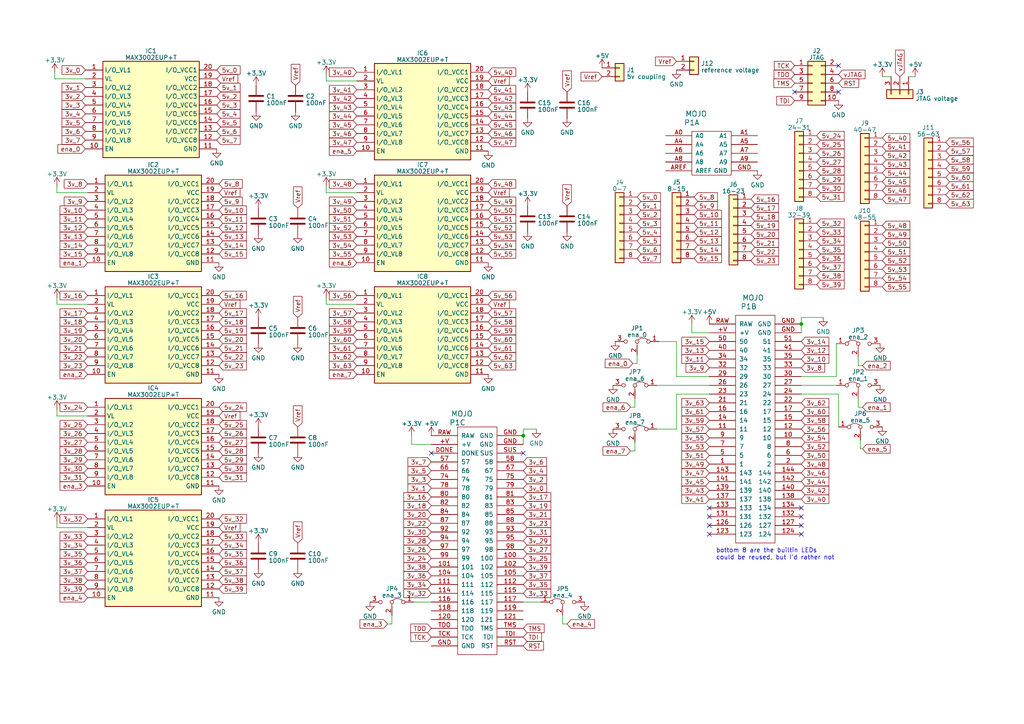
<source format=kicad_sch>
(kicad_sch (version 20230121) (generator eeschema)
  (paper "A4")
  (junction (at 151.765 126.365))
  (junction (at 232.41 93.98))
  (no_connect (at 232.41 147.32))
  (no_connect (at 125.095 131.445))
  (no_connect (at 243.205 26.67))
  (no_connect (at 232.41 152.4))
  (no_connect (at 232.41 149.86))
  (no_connect (at 205.74 152.4))
  (no_connect (at 205.74 149.86))
  (no_connect (at 230.505 26.67))
  (no_connect (at 232.41 154.94))
  (no_connect (at 243.205 19.05))
  (no_connect (at 151.765 131.445))
  (no_connect (at 205.74 147.32))
  (no_connect (at 205.74 154.94))
  (wire (pts (xy 94.615 88.265) (xy 94.615 86.36)))
  (wire (pts (xy 25.4 88.265) (xy 16.51 88.265)))
  (wire (pts (xy 232.41 96.52) (xy 232.41 93.98)))
  (wire (pts (xy 232.41 92.075) (xy 238.76 92.075)))
  (wire (pts (xy 151.765 174.625) (xy 156.845 174.625)))
  (wire (pts (xy 16.51 153.035) (xy 16.51 151.13)))
  (wire (pts (xy 119.38 128.905) (xy 119.38 126.365)))
  (wire (pts (xy 248.92 106.045) (xy 248.92 103.505)))
  (wire (pts (xy 184.15 130.81) (xy 184.15 128.27)))
  (wire (pts (xy 232.41 93.98) (xy 232.41 92.075)))
  (wire (pts (xy 25.4 153.035) (xy 16.51 153.035)))
  (wire (pts (xy 151.765 126.365) (xy 151.765 124.46)))
  (wire (pts (xy 184.15 115.57) (xy 184.15 118.11)))
  (wire (pts (xy 112.395 180.975) (xy 113.665 180.975)))
  (wire (pts (xy 196.215 124.46) (xy 196.215 114.3)))
  (wire (pts (xy 15.875 22.86) (xy 15.875 20.955)))
  (wire (pts (xy 250.19 130.175) (xy 249.555 130.175)))
  (wire (pts (xy 242.57 99.695) (xy 242.57 109.22)))
  (wire (pts (xy 151.765 124.46) (xy 155.575 124.46)))
  (wire (pts (xy 248.92 118.11) (xy 250.19 118.11)))
  (wire (pts (xy 164.465 180.975) (xy 163.195 180.975)))
  (wire (pts (xy 25.4 120.65) (xy 16.51 120.65)))
  (wire (pts (xy 183.515 105.41) (xy 184.785 105.41)))
  (wire (pts (xy 232.41 114.3) (xy 243.205 114.3)))
  (wire (pts (xy 190.5 111.76) (xy 205.74 111.76)))
  (wire (pts (xy 184.15 118.11) (xy 182.88 118.11)))
  (wire (pts (xy 248.92 115.57) (xy 248.92 118.11)))
  (wire (pts (xy 151.765 128.905) (xy 151.765 126.365)))
  (wire (pts (xy 250.19 106.045) (xy 248.92 106.045)))
  (wire (pts (xy 200.66 96.52) (xy 200.66 93.98)))
  (wire (pts (xy 24.765 22.86) (xy 15.875 22.86)))
  (wire (pts (xy 103.505 55.88) (xy 94.615 55.88)))
  (wire (pts (xy 125.095 128.905) (xy 119.38 128.905)))
  (wire (pts (xy 255.905 22.225) (xy 258.445 22.225)))
  (wire (pts (xy 232.41 111.76) (xy 242.57 111.76)))
  (wire (pts (xy 103.505 23.495) (xy 94.615 23.495)))
  (wire (pts (xy 191.135 99.06) (xy 196.215 99.06)))
  (wire (pts (xy 196.215 114.3) (xy 205.74 114.3)))
  (wire (pts (xy 249.555 130.175) (xy 249.555 127.635)))
  (wire (pts (xy 243.205 123.825) (xy 243.205 114.3)))
  (wire (pts (xy 190.5 124.46) (xy 196.215 124.46)))
  (wire (pts (xy 94.615 55.88) (xy 94.615 53.975)))
  (wire (pts (xy 196.215 99.06) (xy 196.215 109.22)))
  (wire (pts (xy 184.785 105.41) (xy 184.785 102.87)))
  (wire (pts (xy 16.51 55.88) (xy 16.51 53.975)))
  (wire (pts (xy 94.615 23.495) (xy 94.615 21.59)))
  (wire (pts (xy 182.88 130.81) (xy 184.15 130.81)))
  (wire (pts (xy 16.51 120.65) (xy 16.51 118.745)))
  (wire (pts (xy 242.57 109.22) (xy 232.41 109.22)))
  (wire (pts (xy 196.215 109.22) (xy 205.74 109.22)))
  (wire (pts (xy 16.51 88.265) (xy 16.51 86.36)))
  (wire (pts (xy 103.505 88.265) (xy 94.615 88.265)))
  (wire (pts (xy 113.665 180.975) (xy 113.665 178.435)))
  (wire (pts (xy 163.195 180.975) (xy 163.195 178.435)))
  (wire (pts (xy 120.015 174.625) (xy 125.095 174.625)))
  (wire (pts (xy 263.525 22.225) (xy 265.43 22.225)))
  (wire (pts (xy 205.74 96.52) (xy 200.66 96.52)))
  (wire (pts (xy 25.4 55.88) (xy 16.51 55.88)))
  (text "bottom 8 are the builtin LEDs\ncould be reused, but I'd rather not" (at 207.645 162.56 0) (effects (font (size 1.27 1.27)) (justify left bottom)))
  (global_label "3v_42" (shape input) (at 232.41 142.24 0) (property "Intersheetrefs" "${INTERSHEET_REFS}" (effects hide)))
  (global_label "3v_17" (shape input) (at 151.765 144.145 0) (property "Intersheetrefs" "${INTERSHEET_REFS}" (effects hide)))
  (global_label "3v_39" (shape input) (at 151.765 164.465 0) (property "Intersheetrefs" "${INTERSHEET_REFS}" (effects hide)))
  (global_label "5v_0" (shape input) (at 184.785 57.15 0) (property "Intersheetrefs" "${INTERSHEET_REFS}" (effects hide)))
  (global_label "5v_46" (shape input) (at 255.905 55.245 0) (property "Intersheetrefs" "${INTERSHEET_REFS}" (effects hide)))
  (global_label "Vref" (shape input) (at 141.605 23.495 0) (property "Intersheetrefs" "${INTERSHEET_REFS}" (effects hide)))
  (global_label "3v_10" (shape input) (at 25.4 60.96 180) (property "Intersheetrefs" "${INTERSHEET_REFS}" (effects hide)))
  (global_label "vJTAG" (shape input) (at 260.985 22.225 90) (property "Intersheetrefs" "${INTERSHEET_REFS}" (effects hide)))
  (global_label "3v_59" (shape input) (at 205.74 121.92 180) (property "Intersheetrefs" "${INTERSHEET_REFS}" (effects hide)))
  (global_label "TMS" (shape input) (at 151.765 182.245 0) (property "Intersheetrefs" "${INTERSHEET_REFS}" (effects hide)))
  (global_label "3v_5" (shape input) (at 24.765 35.56 180) (property "Intersheetrefs" "${INTERSHEET_REFS}" (effects hide)))
  (global_label "3v_18" (shape input) (at 25.4 93.345 180) (property "Intersheetrefs" "${INTERSHEET_REFS}" (effects hide)))
  (global_label "3v_57" (shape input) (at 205.74 124.46 180) (property "Intersheetrefs" "${INTERSHEET_REFS}" (effects hide)))
  (global_label "3v_58" (shape input) (at 232.41 121.92 0) (property "Intersheetrefs" "${INTERSHEET_REFS}" (effects hide)))
  (global_label "Vref" (shape input) (at 164.465 59.69 90) (property "Intersheetrefs" "${INTERSHEET_REFS}" (effects hide)))
  (global_label "5v_15" (shape input) (at 63.5 73.66 0) (property "Intersheetrefs" "${INTERSHEET_REFS}" (effects hide)))
  (global_label "5v_49" (shape input) (at 255.905 67.945 0) (property "Intersheetrefs" "${INTERSHEET_REFS}" (effects hide)))
  (global_label "5v_26" (shape input) (at 63.5 125.73 0) (property "Intersheetrefs" "${INTERSHEET_REFS}" (effects hide)))
  (global_label "3v_59" (shape input) (at 103.505 95.885 180) (property "Intersheetrefs" "${INTERSHEET_REFS}" (effects hide)))
  (global_label "3v_40" (shape input) (at 232.41 144.78 0) (property "Intersheetrefs" "${INTERSHEET_REFS}" (effects hide)))
  (global_label "Vref" (shape input) (at 63.5 55.88 0) (property "Intersheetrefs" "${INTERSHEET_REFS}" (effects hide)))
  (global_label "5v_44" (shape input) (at 141.605 33.655 0) (property "Intersheetrefs" "${INTERSHEET_REFS}" (effects hide)))
  (global_label "3v_16" (shape input) (at 125.095 144.145 180) (property "Intersheetrefs" "${INTERSHEET_REFS}" (effects hide)))
  (global_label "5v_28" (shape input) (at 63.5 130.81 0) (property "Intersheetrefs" "${INTERSHEET_REFS}" (effects hide)))
  (global_label "5v_38" (shape input) (at 63.5 168.275 0) (property "Intersheetrefs" "${INTERSHEET_REFS}" (effects hide)))
  (global_label "3v_23" (shape input) (at 151.765 151.765 0) (property "Intersheetrefs" "${INTERSHEET_REFS}" (effects hide)))
  (global_label "3v_51" (shape input) (at 103.505 63.5 180) (property "Intersheetrefs" "${INTERSHEET_REFS}" (effects hide)))
  (global_label "TCK" (shape input) (at 230.505 19.05 180) (property "Intersheetrefs" "${INTERSHEET_REFS}" (effects hide)))
  (global_label "5v_27" (shape input) (at 236.855 46.99 0) (property "Intersheetrefs" "${INTERSHEET_REFS}" (effects hide)))
  (global_label "Vref" (shape input) (at 63.5 88.265 0) (property "Intersheetrefs" "${INTERSHEET_REFS}" (effects hide)))
  (global_label "5v_13" (shape input) (at 201.295 69.85 0) (property "Intersheetrefs" "${INTERSHEET_REFS}" (effects hide)))
  (global_label "3v_29" (shape input) (at 151.765 156.845 0) (property "Intersheetrefs" "${INTERSHEET_REFS}" (effects hide)))
  (global_label "5v_47" (shape input) (at 141.605 41.275 0) (property "Intersheetrefs" "${INTERSHEET_REFS}" (effects hide)))
  (global_label "Vref" (shape input) (at 85.725 24.765 90) (property "Intersheetrefs" "${INTERSHEET_REFS}" (effects hide)))
  (global_label "5v_14" (shape input) (at 201.295 72.39 0) (property "Intersheetrefs" "${INTERSHEET_REFS}" (effects hide)))
  (global_label "5v_50" (shape input) (at 255.905 70.485 0) (property "Intersheetrefs" "${INTERSHEET_REFS}" (effects hide)))
  (global_label "5v_42" (shape input) (at 141.605 28.575 0) (property "Intersheetrefs" "${INTERSHEET_REFS}" (effects hide)))
  (global_label "3v_30" (shape input) (at 25.4 135.89 180) (property "Intersheetrefs" "${INTERSHEET_REFS}" (effects hide)))
  (global_label "5v_62" (shape input) (at 141.605 103.505 0) (property "Intersheetrefs" "${INTERSHEET_REFS}" (effects hide)))
  (global_label "3v_12" (shape input) (at 25.4 66.04 180) (property "Intersheetrefs" "${INTERSHEET_REFS}" (effects hide)))
  (global_label "3v_24" (shape input) (at 125.095 161.925 180) (property "Intersheetrefs" "${INTERSHEET_REFS}" (effects hide)))
  (global_label "3v_20" (shape input) (at 25.4 98.425 180) (property "Intersheetrefs" "${INTERSHEET_REFS}" (effects hide)))
  (global_label "Vref" (shape input) (at 62.865 22.86 0) (property "Intersheetrefs" "${INTERSHEET_REFS}" (effects hide)))
  (global_label "3v_51" (shape input) (at 205.74 132.08 180) (property "Intersheetrefs" "${INTERSHEET_REFS}" (effects hide)))
  (global_label "3v_45" (shape input) (at 103.505 36.195 180) (property "Intersheetrefs" "${INTERSHEET_REFS}" (effects hide)))
  (global_label "5v_7" (shape input) (at 184.785 74.93 0) (property "Intersheetrefs" "${INTERSHEET_REFS}" (effects hide)))
  (global_label "3v_11" (shape input) (at 205.74 104.14 180) (property "Intersheetrefs" "${INTERSHEET_REFS}" (effects hide)))
  (global_label "3v_7" (shape input) (at 125.095 133.985 180) (property "Intersheetrefs" "${INTERSHEET_REFS}" (effects hide)))
  (global_label "3v_45" (shape input) (at 205.74 139.7 180) (property "Intersheetrefs" "${INTERSHEET_REFS}" (effects hide)))
  (global_label "5v_12" (shape input) (at 201.295 67.31 0) (property "Intersheetrefs" "${INTERSHEET_REFS}" (effects hide)))
  (global_label "3v_52" (shape input) (at 103.505 66.04 180) (property "Intersheetrefs" "${INTERSHEET_REFS}" (effects hide)))
  (global_label "5v_63" (shape input) (at 274.32 59.055 0) (property "Intersheetrefs" "${INTERSHEET_REFS}" (effects hide)))
  (global_label "Vref" (shape input) (at 63.5 120.65 0) (property "Intersheetrefs" "${INTERSHEET_REFS}" (effects hide)))
  (global_label "5v_51" (shape input) (at 255.905 73.025 0) (property "Intersheetrefs" "${INTERSHEET_REFS}" (effects hide)))
  (global_label "TCK" (shape input) (at 125.095 184.785 180) (property "Intersheetrefs" "${INTERSHEET_REFS}" (effects hide)))
  (global_label "3v_50" (shape input) (at 232.41 132.08 0) (property "Intersheetrefs" "${INTERSHEET_REFS}" (effects hide)))
  (global_label "3v_33" (shape input) (at 151.765 172.085 0) (property "Intersheetrefs" "${INTERSHEET_REFS}" (effects hide)))
  (global_label "5v_44" (shape input) (at 255.905 50.165 0) (property "Intersheetrefs" "${INTERSHEET_REFS}" (effects hide)))
  (global_label "3v_37" (shape input) (at 25.4 165.735 180) (property "Intersheetrefs" "${INTERSHEET_REFS}" (effects hide)))
  (global_label "TMS" (shape input) (at 230.505 24.13 180) (property "Intersheetrefs" "${INTERSHEET_REFS}" (effects hide)))
  (global_label "TDI" (shape input) (at 151.765 184.785 0) (property "Intersheetrefs" "${INTERSHEET_REFS}" (effects hide)))
  (global_label "ena_5" (shape input) (at 103.505 43.815 180) (property "Intersheetrefs" "${INTERSHEET_REFS}" (effects hide)))
  (global_label "3v_50" (shape input) (at 103.505 60.96 180) (property "Intersheetrefs" "${INTERSHEET_REFS}" (effects hide)))
  (global_label "5v_8" (shape input) (at 201.295 57.15 0) (property "Intersheetrefs" "${INTERSHEET_REFS}" (effects hide)))
  (global_label "3v_55" (shape input) (at 103.505 73.66 180) (property "Intersheetrefs" "${INTERSHEET_REFS}" (effects hide)))
  (global_label "3v_47" (shape input) (at 205.74 137.16 180) (property "Intersheetrefs" "${INTERSHEET_REFS}" (effects hide)))
  (global_label "3v_48" (shape input) (at 232.41 134.62 0) (property "Intersheetrefs" "${INTERSHEET_REFS}" (effects hide)))
  (global_label "5v_53" (shape input) (at 141.605 68.58 0) (property "Intersheetrefs" "${INTERSHEET_REFS}" (effects hide)))
  (global_label "Vref" (shape input) (at 164.465 26.67 90) (property "Intersheetrefs" "${INTERSHEET_REFS}" (effects hide)))
  (global_label "3v_18" (shape input) (at 125.095 146.685 180) (property "Intersheetrefs" "${INTERSHEET_REFS}" (effects hide)))
  (global_label "ena_0" (shape input) (at 183.515 105.41 180) (property "Intersheetrefs" "${INTERSHEET_REFS}" (effects hide)))
  (global_label "3v_10" (shape input) (at 232.41 104.14 0) (property "Intersheetrefs" "${INTERSHEET_REFS}" (effects hide)))
  (global_label "5v_11" (shape input) (at 63.5 63.5 0) (property "Intersheetrefs" "${INTERSHEET_REFS}" (effects hide)))
  (global_label "3v_41" (shape input) (at 205.74 144.78 180) (property "Intersheetrefs" "${INTERSHEET_REFS}" (effects hide)))
  (global_label "3v_38" (shape input) (at 125.095 164.465 180) (property "Intersheetrefs" "${INTERSHEET_REFS}" (effects hide)))
  (global_label "3v_33" (shape input) (at 25.4 155.575 180) (property "Intersheetrefs" "${INTERSHEET_REFS}" (effects hide)))
  (global_label "3v_14" (shape input) (at 25.4 71.12 180) (property "Intersheetrefs" "${INTERSHEET_REFS}" (effects hide)))
  (global_label "3v_54" (shape input) (at 232.41 127 0) (property "Intersheetrefs" "${INTERSHEET_REFS}" (effects hide)))
  (global_label "5v_35" (shape input) (at 63.5 160.655 0) (property "Intersheetrefs" "${INTERSHEET_REFS}" (effects hide)))
  (global_label "5v_38" (shape input) (at 236.855 80.01 0) (property "Intersheetrefs" "${INTERSHEET_REFS}" (effects hide)))
  (global_label "3v_43" (shape input) (at 103.505 31.115 180) (property "Intersheetrefs" "${INTERSHEET_REFS}" (effects hide)))
  (global_label "5v_37" (shape input) (at 63.5 165.735 0) (property "Intersheetrefs" "${INTERSHEET_REFS}" (effects hide)))
  (global_label "3v_36" (shape input) (at 25.4 163.195 180) (property "Intersheetrefs" "${INTERSHEET_REFS}" (effects hide)))
  (global_label "3v_20" (shape input) (at 125.095 149.225 180) (property "Intersheetrefs" "${INTERSHEET_REFS}" (effects hide)))
  (global_label "3v_52" (shape input) (at 232.41 129.54 0) (property "Intersheetrefs" "${INTERSHEET_REFS}" (effects hide)))
  (global_label "5v_43" (shape input) (at 255.905 47.625 0) (property "Intersheetrefs" "${INTERSHEET_REFS}" (effects hide)))
  (global_label "5v_12" (shape input) (at 63.5 66.04 0) (property "Intersheetrefs" "${INTERSHEET_REFS}" (effects hide)))
  (global_label "5v_23" (shape input) (at 217.805 75.565 0) (property "Intersheetrefs" "${INTERSHEET_REFS}" (effects hide)))
  (global_label "3v_29" (shape input) (at 25.4 133.35 180) (property "Intersheetrefs" "${INTERSHEET_REFS}" (effects hide)))
  (global_label "3v_35" (shape input) (at 25.4 160.655 180) (property "Intersheetrefs" "${INTERSHEET_REFS}" (effects hide)))
  (global_label "3v_37" (shape input) (at 151.765 167.005 0) (property "Intersheetrefs" "${INTERSHEET_REFS}" (effects hide)))
  (global_label "3v_31" (shape input) (at 25.4 138.43 180) (property "Intersheetrefs" "${INTERSHEET_REFS}" (effects hide)))
  (global_label "5v_20" (shape input) (at 217.805 67.945 0) (property "Intersheetrefs" "${INTERSHEET_REFS}" (effects hide)))
  (global_label "3v_53" (shape input) (at 205.74 129.54 180) (property "Intersheetrefs" "${INTERSHEET_REFS}" (effects hide)))
  (global_label "3v_26" (shape input) (at 25.4 125.73 180) (property "Intersheetrefs" "${INTERSHEET_REFS}" (effects hide)))
  (global_label "3v_27" (shape input) (at 151.765 159.385 0) (property "Intersheetrefs" "${INTERSHEET_REFS}" (effects hide)))
  (global_label "5v_27" (shape input) (at 63.5 128.27 0) (property "Intersheetrefs" "${INTERSHEET_REFS}" (effects hide)))
  (global_label "5v_5" (shape input) (at 62.865 35.56 0) (property "Intersheetrefs" "${INTERSHEET_REFS}" (effects hide)))
  (global_label "3v_13" (shape input) (at 205.74 101.6 180) (property "Intersheetrefs" "${INTERSHEET_REFS}" (effects hide)))
  (global_label "5v_2" (shape input) (at 184.785 62.23 0) (property "Intersheetrefs" "${INTERSHEET_REFS}" (effects hide)))
  (global_label "3v_61" (shape input) (at 205.74 119.38 180) (property "Intersheetrefs" "${INTERSHEET_REFS}" (effects hide)))
  (global_label "5v_56" (shape input) (at 141.605 85.725 0) (property "Intersheetrefs" "${INTERSHEET_REFS}" (effects hide)))
  (global_label "5v_63" (shape input) (at 141.605 106.045 0) (property "Intersheetrefs" "${INTERSHEET_REFS}" (effects hide)))
  (global_label "3v_63" (shape input) (at 103.505 106.045 180) (property "Intersheetrefs" "${INTERSHEET_REFS}" (effects hide)))
  (global_label "5v_19" (shape input) (at 217.805 65.405 0) (property "Intersheetrefs" "${INTERSHEET_REFS}" (effects hide)))
  (global_label "5v_10" (shape input) (at 63.5 60.96 0) (property "Intersheetrefs" "${INTERSHEET_REFS}" (effects hide)))
  (global_label "5v_36" (shape input) (at 236.855 74.93 0) (property "Intersheetrefs" "${INTERSHEET_REFS}" (effects hide)))
  (global_label "5v_36" (shape input) (at 63.5 163.195 0) (property "Intersheetrefs" "${INTERSHEET_REFS}" (effects hide)))
  (global_label "5v_14" (shape input) (at 63.5 71.12 0) (property "Intersheetrefs" "${INTERSHEET_REFS}" (effects hide)))
  (global_label "5v_45" (shape input) (at 141.605 36.195 0) (property "Intersheetrefs" "${INTERSHEET_REFS}" (effects hide)))
  (global_label "3v_3" (shape input) (at 125.095 139.065 180) (property "Intersheetrefs" "${INTERSHEET_REFS}" (effects hide)))
  (global_label "5v_16" (shape input) (at 217.805 57.785 0) (property "Intersheetrefs" "${INTERSHEET_REFS}" (effects hide)))
  (global_label "5v_13" (shape input) (at 63.5 68.58 0) (property "Intersheetrefs" "${INTERSHEET_REFS}" (effects hide)))
  (global_label "3v_38" (shape input) (at 25.4 168.275 180) (property "Intersheetrefs" "${INTERSHEET_REFS}" (effects hide)))
  (global_label "3v_21" (shape input) (at 25.4 100.965 180) (property "Intersheetrefs" "${INTERSHEET_REFS}" (effects hide)))
  (global_label "3v_3" (shape input) (at 24.765 30.48 180) (property "Intersheetrefs" "${INTERSHEET_REFS}" (effects hide)))
  (global_label "5v_7" (shape input) (at 62.865 40.64 0) (property "Intersheetrefs" "${INTERSHEET_REFS}" (effects hide)))
  (global_label "3v_27" (shape input) (at 25.4 128.27 180) (property "Intersheetrefs" "${INTERSHEET_REFS}" (effects hide)))
  (global_label "5v_50" (shape input) (at 141.605 60.96 0) (property "Intersheetrefs" "${INTERSHEET_REFS}" (effects hide)))
  (global_label "3v_48" (shape input) (at 103.505 53.34 180) (property "Intersheetrefs" "${INTERSHEET_REFS}" (effects hide)))
  (global_label "5v_55" (shape input) (at 141.605 73.66 0) (property "Intersheetrefs" "${INTERSHEET_REFS}" (effects hide)))
  (global_label "5v_28" (shape input) (at 236.855 49.53 0) (property "Intersheetrefs" "${INTERSHEET_REFS}" (effects hide)))
  (global_label "5v_46" (shape input) (at 141.605 38.735 0) (property "Intersheetrefs" "${INTERSHEET_REFS}" (effects hide)))
  (global_label "3v_55" (shape input) (at 205.74 127 180) (property "Intersheetrefs" "${INTERSHEET_REFS}" (effects hide)))
  (global_label "3v_25" (shape input) (at 25.4 123.19 180) (property "Intersheetrefs" "${INTERSHEET_REFS}" (effects hide)))
  (global_label "3v_6" (shape input) (at 24.765 38.1 180) (property "Intersheetrefs" "${INTERSHEET_REFS}" (effects hide)))
  (global_label "5v_43" (shape input) (at 141.605 31.115 0) (property "Intersheetrefs" "${INTERSHEET_REFS}" (effects hide)))
  (global_label "3v_44" (shape input) (at 103.505 33.655 180) (property "Intersheetrefs" "${INTERSHEET_REFS}" (effects hide)))
  (global_label "3v_49" (shape input) (at 103.505 58.42 180) (property "Intersheetrefs" "${INTERSHEET_REFS}" (effects hide)))
  (global_label "5v_21" (shape input) (at 63.5 100.965 0) (property "Intersheetrefs" "${INTERSHEET_REFS}" (effects hide)))
  (global_label "3v_44" (shape input) (at 232.41 139.7 0) (property "Intersheetrefs" "${INTERSHEET_REFS}" (effects hide)))
  (global_label "Vref" (shape input) (at 63.5 153.035 0) (property "Intersheetrefs" "${INTERSHEET_REFS}" (effects hide)))
  (global_label "5v_3" (shape input) (at 184.785 64.77 0) (property "Intersheetrefs" "${INTERSHEET_REFS}" (effects hide)))
  (global_label "5v_59" (shape input) (at 274.32 48.895 0) (property "Intersheetrefs" "${INTERSHEET_REFS}" (effects hide)))
  (global_label "3v_35" (shape input) (at 151.765 169.545 0) (property "Intersheetrefs" "${INTERSHEET_REFS}" (effects hide)))
  (global_label "5v_42" (shape input) (at 255.905 45.085 0) (property "Intersheetrefs" "${INTERSHEET_REFS}" (effects hide)))
  (global_label "Vref" (shape input) (at 86.36 60.325 90) (property "Intersheetrefs" "${INTERSHEET_REFS}" (effects hide)))
  (global_label "5v_34" (shape input) (at 63.5 158.115 0) (property "Intersheetrefs" "${INTERSHEET_REFS}" (effects hide)))
  (global_label "5v_8" (shape input) (at 63.5 53.34 0) (property "Intersheetrefs" "${INTERSHEET_REFS}" (effects hide)))
  (global_label "3v_32" (shape input) (at 125.095 172.085 180) (property "Intersheetrefs" "${INTERSHEET_REFS}" (effects hide)))
  (global_label "3v_36" (shape input) (at 125.095 167.005 180) (property "Intersheetrefs" "${INTERSHEET_REFS}" (effects hide)))
  (global_label "5v_10" (shape input) (at 201.295 62.23 0) (property "Intersheetrefs" "${INTERSHEET_REFS}" (effects hide)))
  (global_label "3v_17" (shape input) (at 25.4 90.805 180) (property "Intersheetrefs" "${INTERSHEET_REFS}" (effects hide)))
  (global_label "5v_62" (shape input) (at 274.32 56.515 0) (property "Intersheetrefs" "${INTERSHEET_REFS}" (effects hide)))
  (global_label "5v_19" (shape input) (at 63.5 95.885 0) (property "Intersheetrefs" "${INTERSHEET_REFS}" (effects hide)))
  (global_label "3v_61" (shape input) (at 103.505 100.965 180) (property "Intersheetrefs" "${INTERSHEET_REFS}" (effects hide)))
  (global_label "3v_56" (shape input) (at 232.41 124.46 0) (property "Intersheetrefs" "${INTERSHEET_REFS}" (effects hide)))
  (global_label "ena_4" (shape input) (at 164.465 180.975 0) (property "Intersheetrefs" "${INTERSHEET_REFS}" (effects hide)))
  (global_label "3v_62" (shape input) (at 232.41 116.84 0) (property "Intersheetrefs" "${INTERSHEET_REFS}" (effects hide)))
  (global_label "3v_9" (shape input) (at 25.4 58.42 180) (property "Intersheetrefs" "${INTERSHEET_REFS}" (effects hide)))
  (global_label "TDI" (shape input) (at 230.505 29.21 180) (property "Intersheetrefs" "${INTERSHEET_REFS}" (effects hide)))
  (global_label "5v_35" (shape input) (at 236.855 72.39 0) (property "Intersheetrefs" "${INTERSHEET_REFS}" (effects hide)))
  (global_label "Vref" (shape input) (at 141.605 88.265 0) (property "Intersheetrefs" "${INTERSHEET_REFS}" (effects hide)))
  (global_label "5v_48" (shape input) (at 141.605 53.34 0) (property "Intersheetrefs" "${INTERSHEET_REFS}" (effects hide)))
  (global_label "5v_30" (shape input) (at 236.855 54.61 0) (property "Intersheetrefs" "${INTERSHEET_REFS}" (effects hide)))
  (global_label "5v_58" (shape input) (at 274.32 46.355 0) (property "Intersheetrefs" "${INTERSHEET_REFS}" (effects hide)))
  (global_label "3v_46" (shape input) (at 232.41 137.16 0) (property "Intersheetrefs" "${INTERSHEET_REFS}" (effects hide)))
  (global_label "5v_25" (shape input) (at 63.5 123.19 0) (property "Intersheetrefs" "${INTERSHEET_REFS}" (effects hide)))
  (global_label "5v_53" (shape input) (at 255.905 78.105 0) (property "Intersheetrefs" "${INTERSHEET_REFS}" (effects hide)))
  (global_label "5v_6" (shape input) (at 62.865 38.1 0) (property "Intersheetrefs" "${INTERSHEET_REFS}" (effects hide)))
  (global_label "3v_47" (shape input) (at 103.505 41.275 180) (property "Intersheetrefs" "${INTERSHEET_REFS}" (effects hide)))
  (global_label "5v_61" (shape input) (at 274.32 53.975 0) (property "Intersheetrefs" "${INTERSHEET_REFS}" (effects hide)))
  (global_label "5v_41" (shape input) (at 255.905 42.545 0) (property "Intersheetrefs" "${INTERSHEET_REFS}" (effects hide)))
  (global_label "5v_32" (shape input) (at 236.855 64.77 0) (property "Intersheetrefs" "${INTERSHEET_REFS}" (effects hide)))
  (global_label "5v_45" (shape input) (at 255.905 52.705 0) (property "Intersheetrefs" "${INTERSHEET_REFS}" (effects hide)))
  (global_label "5v_17" (shape input) (at 217.805 60.325 0) (property "Intersheetrefs" "${INTERSHEET_REFS}" (effects hide)))
  (global_label "5v_20" (shape input) (at 63.5 98.425 0) (property "Intersheetrefs" "${INTERSHEET_REFS}" (effects hide)))
  (global_label "5v_24" (shape input) (at 63.5 118.11 0) (property "Intersheetrefs" "${INTERSHEET_REFS}" (effects hide)))
  (global_label "5v_29" (shape input) (at 63.5 133.35 0) (property "Intersheetrefs" "${INTERSHEET_REFS}" (effects hide)))
  (global_label "3v_57" (shape input) (at 103.505 90.805 180) (property "Intersheetrefs" "${INTERSHEET_REFS}" (effects hide)))
  (global_label "ena_7" (shape input) (at 103.505 108.585 180) (property "Intersheetrefs" "${INTERSHEET_REFS}" (effects hide)))
  (global_label "5v_52" (shape input) (at 141.605 66.04 0) (property "Intersheetrefs" "${INTERSHEET_REFS}" (effects hide)))
  (global_label "ena_1" (shape input) (at 25.4 76.2 180) (property "Intersheetrefs" "${INTERSHEET_REFS}" (effects hide)))
  (global_label "ena_6" (shape input) (at 103.505 76.2 180) (property "Intersheetrefs" "${INTERSHEET_REFS}" (effects hide)))
  (global_label "3v_23" (shape input) (at 25.4 106.045 180) (property "Intersheetrefs" "${INTERSHEET_REFS}" (effects hide)))
  (global_label "5v_5" (shape input) (at 184.785 69.85 0) (property "Intersheetrefs" "${INTERSHEET_REFS}" (effects hide)))
  (global_label "5v_60" (shape input) (at 274.32 51.435 0) (property "Intersheetrefs" "${INTERSHEET_REFS}" (effects hide)))
  (global_label "5v_57" (shape input) (at 274.32 43.815 0) (property "Intersheetrefs" "${INTERSHEET_REFS}" (effects hide)))
  (global_label "3v_41" (shape input) (at 103.505 26.035 180) (property "Intersheetrefs" "${INTERSHEET_REFS}" (effects hide)))
  (global_label "3v_19" (shape input) (at 25.4 95.885 180) (property "Intersheetrefs" "${INTERSHEET_REFS}" (effects hide)))
  (global_label "ena_0" (shape input) (at 24.765 43.18 180) (property "Intersheetrefs" "${INTERSHEET_REFS}" (effects hide)))
  (global_label "3v_1" (shape input) (at 125.095 141.605 180) (property "Intersheetrefs" "${INTERSHEET_REFS}" (effects hide)))
  (global_label "3v_31" (shape input) (at 151.765 154.305 0) (property "Intersheetrefs" "${INTERSHEET_REFS}" (effects hide)))
  (global_label "3v_7" (shape input) (at 24.765 40.64 180) (property "Intersheetrefs" "${INTERSHEET_REFS}" (effects hide)))
  (global_label "5v_39" (shape input) (at 63.5 170.815 0) (property "Intersheetrefs" "${INTERSHEET_REFS}" (effects hide)))
  (global_label "5v_33" (shape input) (at 63.5 155.575 0) (property "Intersheetrefs" "${INTERSHEET_REFS}" (effects hide)))
  (global_label "RST" (shape input) (at 243.205 24.13 0) (property "Intersheetrefs" "${INTERSHEET_REFS}" (effects hide)))
  (global_label "3v_2" (shape input) (at 24.765 27.94 180) (property "Intersheetrefs" "${INTERSHEET_REFS}" (effects hide)))
  (global_label "3v_26" (shape input) (at 125.095 159.385 180) (property "Intersheetrefs" "${INTERSHEET_REFS}" (effects hide)))
  (global_label "3v_4" (shape input) (at 24.765 33.02 180) (property "Intersheetrefs" "${INTERSHEET_REFS}" (effects hide)))
  (global_label "Vref" (shape input) (at 86.36 92.075 90) (property "Intersheetrefs" "${INTERSHEET_REFS}" (effects hide)))
  (global_label "3v_63" (shape input) (at 205.74 116.84 180) (property "Intersheetrefs" "${INTERSHEET_REFS}" (effects hide)))
  (global_label "3v_22" (shape input) (at 125.095 151.765 180) (property "Intersheetrefs" "${INTERSHEET_REFS}" (effects hide)))
  (global_label "5v_18" (shape input) (at 63.5 93.345 0) (property "Intersheetrefs" "${INTERSHEET_REFS}" (effects hide)))
  (global_label "5v_47" (shape input) (at 255.905 57.785 0) (property "Intersheetrefs" "${INTERSHEET_REFS}" (effects hide)))
  (global_label "3v_40" (shape input) (at 103.505 20.955 180) (property "Intersheetrefs" "${INTERSHEET_REFS}" (effects hide)))
  (global_label "3v_56" (shape input) (at 103.505 85.725 180) (property "Intersheetrefs" "${INTERSHEET_REFS}" (effects hide)))
  (global_label "3v_9" (shape input) (at 205.74 106.68 180) (property "Intersheetrefs" "${INTERSHEET_REFS}" (effects hide)))
  (global_label "TDO" (shape input) (at 125.095 182.245 180) (property "Intersheetrefs" "${INTERSHEET_REFS}" (effects hide)))
  (global_label "5v_1" (shape input) (at 184.785 59.69 0) (property "Intersheetrefs" "${INTERSHEET_REFS}" (effects hide)))
  (global_label "5v_51" (shape input) (at 141.605 63.5 0) (property "Intersheetrefs" "${INTERSHEET_REFS}" (effects hide)))
  (global_label "3v_25" (shape input) (at 151.765 161.925 0) (property "Intersheetrefs" "${INTERSHEET_REFS}" (effects hide)))
  (global_label "3v_19" (shape input) (at 151.765 146.685 0) (property "Intersheetrefs" "${INTERSHEET_REFS}" (effects hide)))
  (global_label "3v_15" (shape input) (at 25.4 73.66 180) (property "Intersheetrefs" "${INTERSHEET_REFS}" (effects hide)))
  (global_label "3v_46" (shape input) (at 103.505 38.735 180) (property "Intersheetrefs" "${INTERSHEET_REFS}" (effects hide)))
  (global_label "5v_0" (shape input) (at 62.865 20.32 0) (property "Intersheetrefs" "${INTERSHEET_REFS}" (effects hide)))
  (global_label "5v_54" (shape input) (at 141.605 71.12 0) (property "Intersheetrefs" "${INTERSHEET_REFS}" (effects hide)))
  (global_label "5v_58" (shape input) (at 141.605 93.345 0) (property "Intersheetrefs" "${INTERSHEET_REFS}" (effects hide)))
  (global_label "5v_17" (shape input) (at 63.5 90.805 0) (property "Intersheetrefs" "${INTERSHEET_REFS}" (effects hide)))
  (global_label "5v_34" (shape input) (at 236.855 69.85 0) (property "Intersheetrefs" "${INTERSHEET_REFS}" (effects hide)))
  (global_label "3v_54" (shape input) (at 103.505 71.12 180) (property "Intersheetrefs" "${INTERSHEET_REFS}" (effects hide)))
  (global_label "5v_55" (shape input) (at 255.905 83.185 0) (property "Intersheetrefs" "${INTERSHEET_REFS}" (effects hide)))
  (global_label "ena_1" (shape input) (at 250.19 118.11 0) (property "Intersheetrefs" "${INTERSHEET_REFS}" (effects hide)))
  (global_label "3v_30" (shape input) (at 125.095 154.305 180) (property "Intersheetrefs" "${INTERSHEET_REFS}" (effects hide)))
  (global_label "Vref" (shape input) (at 86.36 123.825 90) (property "Intersheetrefs" "${INTERSHEET_REFS}" (effects hide)))
  (global_label "5v_41" (shape input) (at 141.605 26.035 0) (property "Intersheetrefs" "${INTERSHEET_REFS}" (effects hide)))
  (global_label "3v_39" (shape input) (at 25.4 170.815 180) (property "Intersheetrefs" "${INTERSHEET_REFS}" (effects hide)))
  (global_label "TDO" (shape input) (at 230.505 21.59 180) (property "Intersheetrefs" "${INTERSHEET_REFS}" (effects hide)))
  (global_label "Vref" (shape input) (at 141.605 55.88 0) (property "Intersheetrefs" "${INTERSHEET_REFS}" (effects hide)))
  (global_label "5v_16" (shape input) (at 63.5 85.725 0) (property "Intersheetrefs" "${INTERSHEET_REFS}" (effects hide)))
  (global_label "3v_42" (shape input) (at 103.505 28.575 180) (property "Intersheetrefs" "${INTERSHEET_REFS}" (effects hide)))
  (global_label "5v_22" (shape input) (at 63.5 103.505 0) (property "Intersheetrefs" "${INTERSHEET_REFS}" (effects hide)))
  (global_label "3v_60" (shape input) (at 232.41 119.38 0) (property "Intersheetrefs" "${INTERSHEET_REFS}" (effects hide)))
  (global_label "3v_5" (shape input) (at 125.095 136.525 180) (property "Intersheetrefs" "${INTERSHEET_REFS}" (effects hide)))
  (global_label "5v_31" (shape input) (at 236.855 57.15 0) (property "Intersheetrefs" "${INTERSHEET_REFS}" (effects hide)))
  (global_label "5v_30" (shape input) (at 63.5 135.89 0) (property "Intersheetrefs" "${INTERSHEET_REFS}" (effects hide)))
  (global_label "Vref" (shape input) (at 174.625 22.225 180) (property "Intersheetrefs" "${INTERSHEET_REFS}" (effects hide)))
  (global_label "5v_56" (shape input) (at 274.32 41.275 0) (property "Intersheetrefs" "${INTERSHEET_REFS}" (effects hide)))
  (global_label "3v_16" (shape input) (at 25.4 85.725 180) (property "Intersheetrefs" "${INTERSHEET_REFS}" (effects hide)))
  (global_label "3v_15" (shape input) (at 205.74 99.06 180) (property "Intersheetrefs" "${INTERSHEET_REFS}" (effects hide)))
  (global_label "3v_4" (shape input) (at 151.765 136.525 0) (property "Intersheetrefs" "${INTERSHEET_REFS}" (effects hide)))
  (global_label "ena_7" (shape input) (at 182.88 130.81 180) (property "Intersheetrefs" "${INTERSHEET_REFS}" (effects hide)))
  (global_label "5v_9" (shape input) (at 63.5 58.42 0) (property "Intersheetrefs" "${INTERSHEET_REFS}" (effects hide)))
  (global_label "5v_25" (shape input) (at 236.855 41.91 0) (property "Intersheetrefs" "${INTERSHEET_REFS}" (effects hide)))
  (global_label "3v_0" (shape input) (at 24.765 20.32 180) (property "Intersheetrefs" "${INTERSHEET_REFS}" (effects hide)))
  (global_label "3v_0" (shape input) (at 151.765 141.605 0) (property "Intersheetrefs" "${INTERSHEET_REFS}" (effects hide)))
  (global_label "5v_18" (shape input) (at 217.805 62.865 0) (property "Intersheetrefs" "${INTERSHEET_REFS}" (effects hide)))
  (global_label "5v_9" (shape input) (at 201.295 59.69 0) (property "Intersheetrefs" "${INTERSHEET_REFS}" (effects hide)))
  (global_label "5v_40" (shape input) (at 255.905 40.005 0) (property "Intersheetrefs" "${INTERSHEET_REFS}" (effects hide)))
  (global_label "ena_2" (shape input) (at 250.19 106.045 0) (property "Intersheetrefs" "${INTERSHEET_REFS}" (effects hide)))
  (global_label "5v_4" (shape input) (at 184.785 67.31 0) (property "Intersheetrefs" "${INTERSHEET_REFS}" (effects hide)))
  (global_label "3v_11" (shape input) (at 25.4 63.5 180) (property "Intersheetrefs" "${INTERSHEET_REFS}" (effects hide)))
  (global_label "ena_3" (shape input) (at 25.4 140.97 180) (property "Intersheetrefs" "${INTERSHEET_REFS}" (effects hide)))
  (global_label "3v_2" (shape input) (at 151.765 139.065 0) (property "Intersheetrefs" "${INTERSHEET_REFS}" (effects hide)))
  (global_label "5v_23" (shape input) (at 63.5 106.045 0) (property "Intersheetrefs" "${INTERSHEET_REFS}" (effects hide)))
  (global_label "5v_37" (shape input) (at 236.855 77.47 0) (property "Intersheetrefs" "${INTERSHEET_REFS}" (effects hide)))
  (global_label "3v_32" (shape input) (at 25.4 150.495 180) (property "Intersheetrefs" "${INTERSHEET_REFS}" (effects hide)))
  (global_label "5v_32" (shape input) (at 63.5 150.495 0) (property "Intersheetrefs" "${INTERSHEET_REFS}" (effects hide)))
  (global_label "5v_1" (shape input) (at 62.865 25.4 0) (property "Intersheetrefs" "${INTERSHEET_REFS}" (effects hide)))
  (global_label "5v_22" (shape input) (at 217.805 73.025 0) (property "Intersheetrefs" "${INTERSHEET_REFS}" (effects hide)))
  (global_label "5v_31" (shape input) (at 63.5 138.43 0) (property "Intersheetrefs" "${INTERSHEET_REFS}" (effects hide)))
  (global_label "3v_12" (shape input) (at 232.41 101.6 0) (property "Intersheetrefs" "${INTERSHEET_REFS}" (effects hide)))
  (global_label "3v_43" (shape input) (at 205.74 142.24 180) (property "Intersheetrefs" "${INTERSHEET_REFS}" (effects hide)))
  (global_label "3v_60" (shape input) (at 103.505 98.425 180) (property "Intersheetrefs" "${INTERSHEET_REFS}" (effects hide)))
  (global_label "5v_24" (shape input) (at 236.855 39.37 0) (property "Intersheetrefs" "${INTERSHEET_REFS}" (effects hide)))
  (global_label "5v_39" (shape input) (at 236.855 82.55 0) (property "Intersheetrefs" "${INTERSHEET_REFS}" (effects hide)))
  (global_label "ena_3" (shape input) (at 112.395 180.975 180) (property "Intersheetrefs" "${INTERSHEET_REFS}" (effects hide)))
  (global_label "ena_4" (shape input) (at 25.4 173.355 180) (property "Intersheetrefs" "${INTERSHEET_REFS}" (effects hide)))
  (global_label "5v_33" (shape input) (at 236.855 67.31 0) (property "Intersheetrefs" "${INTERSHEET_REFS}" (effects hide)))
  (global_label "ena_5" (shape input) (at 250.19 130.175 0) (property "Intersheetrefs" "${INTERSHEET_REFS}" (effects hide)))
  (global_label "3v_14" (shape input) (at 232.41 99.06 0) (property "Intersheetrefs" "${INTERSHEET_REFS}" (effects hide)))
  (global_label "5v_48" (shape input) (at 255.905 65.405 0) (property "Intersheetrefs" "${INTERSHEET_REFS}" (effects hide)))
  (global_label "3v_22" (shape input) (at 25.4 103.505 180) (property "Intersheetrefs" "${INTERSHEET_REFS}" (effects hide)))
  (global_label "5v_49" (shape input) (at 141.605 58.42 0) (property "Intersheetrefs" "${INTERSHEET_REFS}" (effects hide)))
  (global_label "5v_54" (shape input) (at 255.905 80.645 0) (property "Intersheetrefs" "${INTERSHEET_REFS}" (effects hide)))
  (global_label "3v_28" (shape input) (at 125.095 156.845 180) (property "Intersheetrefs" "${INTERSHEET_REFS}" (effects hide)))
  (global_label "5v_6" (shape input) (at 184.785 72.39 0) (property "Intersheetrefs" "${INTERSHEET_REFS}" (effects hide)))
  (global_label "5v_11" (shape input) (at 201.295 64.77 0) (property "Intersheetrefs" "${INTERSHEET_REFS}" (effects hide)))
  (global_label "5v_52" (shape input) (at 255.905 75.565 0) (property "Intersheetrefs" "${INTERSHEET_REFS}" (effects hide)))
  (global_label "ena_6" (shape input) (at 182.88 118.11 180) (property "Intersheetrefs" "${INTERSHEET_REFS}" (effects hide)))
  (global_label "5v_61" (shape input) (at 141.605 100.965 0) (property "Intersheetrefs" "${INTERSHEET_REFS}" (effects hide)))
  (global_label "3v_13" (shape input) (at 25.4 68.58 180) (property "Intersheetrefs" "${INTERSHEET_REFS}" (effects hide)))
  (global_label "3v_8" (shape input) (at 25.4 53.34 180) (property "Intersheetrefs" "${INTERSHEET_REFS}" (effects hide)))
  (global_label "3v_6" (shape input) (at 151.765 133.985 0) (property "Intersheetrefs" "${INTERSHEET_REFS}" (effects hide)))
  (global_label "3v_62" (shape input) (at 103.505 103.505 180) (property "Intersheetrefs" "${INTERSHEET_REFS}" (effects hide)))
  (global_label "RST" (shape input) (at 151.765 187.325 0) (property "Intersheetrefs" "${INTERSHEET_REFS}" (effects hide)))
  (global_label "ena_2" (shape input) (at 25.4 108.585 180) (property "Intersheetrefs" "${INTERSHEET_REFS}" (effects hide)))
  (global_label "3v_1" (shape input) (at 24.765 25.4 180) (property "Intersheetrefs" "${INTERSHEET_REFS}" (effects hide)))
  (global_label "5v_3" (shape input) (at 62.865 30.48 0) (property "Intersheetrefs" "${INTERSHEET_REFS}" (effects hide)))
  (global_label "vJTAG" (shape input) (at 243.205 21.59 0) (property "Intersheetrefs" "${INTERSHEET_REFS}" (effects hide)))
  (global_label "3v_53" (shape input) (at 103.505 68.58 180) (property "Intersheetrefs" "${INTERSHEET_REFS}" (effects hide)))
  (global_label "3v_49" (shape input) (at 205.74 134.62 180) (property "Intersheetrefs" "${INTERSHEET_REFS}" (effects hide)))
  (global_label "5v_21" (shape input) (at 217.805 70.485 0) (property "Intersheetrefs" "${INTERSHEET_REFS}" (effects hide)))
  (global_label "5v_2" (shape input) (at 62.865 27.94 0) (property "Intersheetrefs" "${INTERSHEET_REFS}" (effects hide)))
  (global_label "5v_40" (shape input) (at 141.605 20.955 0) (property "Intersheetrefs" "${INTERSHEET_REFS}" (effects hide)))
  (global_label "3v_8" (shape input) (at 232.41 106.68 0) (property "Intersheetrefs" "${INTERSHEET_REFS}" (effects hide)))
  (global_label "3v_24" (shape input) (at 25.4 118.11 180) (property "Intersheetrefs" "${INTERSHEET_REFS}" (effects hide)))
  (global_label "Vref" (shape input) (at 196.215 17.78 180) (property "Intersheetrefs" "${INTERSHEET_REFS}" (effects hide)))
  (global_label "5v_4" (shape input) (at 62.865 33.02 0) (property "Intersheetrefs" "${INTERSHEET_REFS}" (effects hide)))
  (global_label "5v_59" (shape input) (at 141.605 95.885 0) (property "Intersheetrefs" "${INTERSHEET_REFS}" (effects hide)))
  (global_label "5v_60" (shape input) (at 141.605 98.425 0) (property "Intersheetrefs" "${INTERSHEET_REFS}" (effects hide)))
  (global_label "3v_34" (shape input) (at 125.095 169.545 180) (property "Intersheetrefs" "${INTERSHEET_REFS}" (effects hide)))
  (global_label "5v_26" (shape input) (at 236.855 44.45 0) (property "Intersheetrefs" "${INTERSHEET_REFS}" (effects hide)))
  (global_label "3v_58" (shape input) (at 103.505 93.345 180) (property "Intersheetrefs" "${INTERSHEET_REFS}" (effects hide)))
  (global_label "3v_28" (shape input) (at 25.4 130.81 180) (property "Intersheetrefs" "${INTERSHEET_REFS}" (effects hide)))
  (global_label "5v_57" (shape input) (at 141.605 90.805 0) (property "Intersheetrefs" "${INTERSHEET_REFS}" (effects hide)))
  (global_label "5v_29" (shape input) (at 236.855 52.07 0) (property "Intersheetrefs" "${INTERSHEET_REFS}" (effects hide)))
  (global_label "3v_21" (shape input) (at 151.765 149.225 0) (property "Intersheetrefs" "${INTERSHEET_REFS}" (effects hide)))
  (global_label "3v_34" (shape input) (at 25.4 158.115 180) (property "Intersheetrefs" "${INTERSHEET_REFS}" (effects hide)))
  (global_label "5v_15" (shape input) (at 201.295 74.93 0) (property "Intersheetrefs" "${INTERSHEET_REFS}" (effects hide)))
  (global_label "Vref" (shape input) (at 86.36 157.48 90) (property "Intersheetrefs" "${INTERSHEET_REFS}" (effects hide)))
  (symbol (lib_id "Device:C") (at 86.36 161.29 0) (unit 1)
    (property "Reference" "C10" (at 89.281 160.6463 0) (effects (justify left)))
    (property "Value" "100nF" (at 89.281 162.5673 0) (effects (justify left)))
    (property "Footprint" "Capacitor_SMD:C_0603_1608Metric" (effects hide))
  )
  (symbol (lib_id "power:GND") (at 164.465 67.31 0) (unit 1)
    (property "Reference" "#PWR056" (effects hide))
    (property "Value" "GND" (at 164.465 71.4455 0))
  )
  (symbol (lib_id "Evan's parts:MAX3002EUP+T") (at 25.4 118.11 0) (unit 1)
    (property "Reference" "IC4" (at 44.45 112.5601 0))
    (property "Value" "MAX3002EUP+T" (at 44.45 114.4811 0))
    (property "Footprint" "Evan's parts:SOP65P640X110-20N" (effects hide))
    (property "Datasheet" "https://datasheets.maximintegrated.com/en/ds/MAX3000E-MAX3012.pdf" (effects hide))
    (property "Height" "1.1" (effects hide))
    (property "Mouser Part Number" "700-MAX3002EUPT" (effects hide))
    (property "Mouser Price/Stock" "https://www.mouser.co.uk/ProductDetail/Maxim-Integrated/MAX3002EUP%2bT?qs=LHmEVA8xxfb1agk1nNLrqA%3D%3D" (effects hide))
    (property "Manufacturer_Name" "Analog Devices" (effects hide))
    (property "Manufacturer_Part_Number" "MAX3002EUP+T" (effects hide))
  )
  (symbol (lib_id "power:GND") (at 169.545 174.625 0) (unit 1)
    (property "Reference" "#PWR028" (effects hide))
    (property "Value" "GND" (at 169.545 178.7605 0))
  )
  (symbol (lib_id "Evan's parts:MAX3002EUP+T") (at 103.505 53.34 0) (unit 1)
    (property "Reference" "IC7" (at 122.555 47.7901 0))
    (property "Value" "MAX3002EUP+T" (at 122.555 49.7111 0))
    (property "Footprint" "Evan's parts:SOP65P640X110-20N" (effects hide))
    (property "Datasheet" "https://datasheets.maximintegrated.com/en/ds/MAX3000E-MAX3012.pdf" (effects hide))
    (property "Height" "1.1" (effects hide))
    (property "Mouser Part Number" "700-MAX3002EUPT" (effects hide))
    (property "Mouser Price/Stock" "https://www.mouser.co.uk/ProductDetail/Maxim-Integrated/MAX3002EUP%2bT?qs=LHmEVA8xxfb1agk1nNLrqA%3D%3D" (effects hide))
    (property "Manufacturer_Name" "Analog Devices" (effects hide))
    (property "Manufacturer_Part_Number" "MAX3002EUP+T" (effects hide))
  )
  (symbol (lib_id "Device:C") (at 74.93 95.885 0) (unit 1)
    (property "Reference" "C5" (at 77.851 95.2413 0) (effects (justify left)))
    (property "Value" "100nF" (at 77.851 97.1623 0) (effects (justify left)))
    (property "Footprint" "Capacitor_SMD:C_0603_1608Metric" (effects hide))
  )
  (symbol (lib_id "power:GND") (at 155.575 124.46 0) (unit 1)
    (property "Reference" "#PWR06" (effects hide))
    (property "Value" "GND" (at 155.575 128.5955 0))
  )
  (symbol (lib_id "Jumper:Jumper_3_Bridged12") (at 248.92 111.76 0) (unit 1)
    (property "Reference" "JP2" (at 248.92 107.8859 0))
    (property "Value" "ena_1" (at 248.92 109.8069 0))
    (property "Footprint" "Jumper:SolderJumper-3_P1.3mm_Bridged12_RoundedPad1.0x1.5mm_NumberLabels" (effects hide))
  )
  (symbol (lib_id "power:GND") (at 74.295 32.385 0) (unit 1)
    (property "Reference" "#PWR037" (effects hide))
    (property "Value" "GND" (at 74.295 36.5205 0))
  )
  (symbol (lib_id "power:+3.3V") (at 74.93 157.48 0) (unit 1)
    (property "Reference" "#PWR048" (effects hide))
    (property "Value" "+3.3V" (at 74.93 153.9781 0))
  )
  (symbol (lib_id "Connector_Generic:Conn_01x08") (at 212.725 65.405 0) (mirror y) (unit 1)
    (property "Reference" "J6" (at 212.725 53.5051 0))
    (property "Value" "16-23" (at 212.725 55.4261 0))
    (property "Footprint" "Connector_PinHeader_2.54mm:PinHeader_1x08_P2.54mm_Vertical" (effects hide))
  )
  (symbol (lib_id "power:GND") (at 178.435 99.06 0) (mirror y) (unit 1)
    (property "Reference" "#PWR029" (effects hide))
    (property "Value" "GND" (at 178.435 103.1955 0))
  )
  (symbol (lib_id "power:+3.3V") (at 119.38 126.365 0) (unit 1)
    (property "Reference" "#PWR03" (effects hide))
    (property "Value" "+3.3V" (at 119.38 122.8631 0))
  )
  (symbol (lib_id "power:GND") (at 164.465 34.29 0) (unit 1)
    (property "Reference" "#PWR059" (effects hide))
    (property "Value" "GND" (at 164.465 38.4255 0))
  )
  (symbol (lib_id "power:GND") (at 107.315 174.625 0) (mirror y) (unit 1)
    (property "Reference" "#PWR032" (effects hide))
    (property "Value" "GND" (at 107.315 178.7605 0))
  )
  (symbol (lib_id "power:GND") (at 255.27 99.695 0) (unit 1)
    (property "Reference" "#PWR031" (effects hide))
    (property "Value" "GND" (at 255.27 103.8305 0))
  )
  (symbol (lib_id "power:GND") (at 74.93 99.695 0) (unit 1)
    (property "Reference" "#PWR043" (effects hide))
    (property "Value" "GND" (at 74.93 103.8305 0))
  )
  (symbol (lib_id "power:GND") (at 141.605 76.2 0) (unit 1)
    (property "Reference" "#PWR013" (effects hide))
    (property "Value" "GND" (at 141.605 80.3355 0))
  )
  (symbol (lib_id "Connector_Generic:Conn_01x08") (at 231.775 46.99 0) (mirror y) (unit 1)
    (property "Reference" "J7" (at 231.775 35.0901 0))
    (property "Value" "24-31" (at 231.775 37.0111 0))
    (property "Footprint" "Connector_PinHeader_2.54mm:PinHeader_1x08_P2.54mm_Vertical" (effects hide))
  )
  (symbol (lib_id "power:GND") (at 153.035 67.31 0) (unit 1)
    (property "Reference" "#PWR055" (effects hide))
    (property "Value" "GND" (at 153.035 71.4455 0))
  )
  (symbol (lib_id "Evan's parts:MAX3002EUP+T") (at 25.4 85.725 0) (unit 1)
    (property "Reference" "IC3" (at 44.45 80.1751 0))
    (property "Value" "MAX3002EUP+T" (at 44.45 82.0961 0))
    (property "Footprint" "Evan's parts:SOP65P640X110-20N" (effects hide))
    (property "Datasheet" "https://datasheets.maximintegrated.com/en/ds/MAX3000E-MAX3012.pdf" (effects hide))
    (property "Height" "1.1" (effects hide))
    (property "Mouser Part Number" "700-MAX3002EUPT" (effects hide))
    (property "Mouser Price/Stock" "https://www.mouser.co.uk/ProductDetail/Maxim-Integrated/MAX3002EUP%2bT?qs=LHmEVA8xxfb1agk1nNLrqA%3D%3D" (effects hide))
    (property "Manufacturer_Name" "Analog Devices" (effects hide))
    (property "Manufacturer_Part_Number" "MAX3002EUP+T" (effects hide))
  )
  (symbol (lib_id "Connector_Generic:Conn_01x08") (at 231.775 72.39 0) (mirror y) (unit 1)
    (property "Reference" "J8" (at 231.775 60.4901 0))
    (property "Value" "32-39" (at 231.775 62.4111 0))
    (property "Footprint" "Connector_PinHeader_2.54mm:PinHeader_1x08_P2.54mm_Vertical" (effects hide))
  )
  (symbol (lib_id "power:+5V") (at 125.095 126.365 0) (unit 1)
    (property "Reference" "#PWR01" (effects hide))
    (property "Value" "+5V" (at 125.095 122.8631 0))
  )
  (symbol (lib_id "Jumper:Jumper_3_Bridged12") (at 248.92 99.695 0) (unit 1)
    (property "Reference" "JP3" (at 248.92 95.8209 0))
    (property "Value" "ena_2" (at 248.92 97.7419 0))
    (property "Footprint" "Jumper:SolderJumper-3_P1.3mm_Bridged12_RoundedPad1.0x1.5mm_NumberLabels" (effects hide))
  )
  (symbol (lib_id "power:+3.3V") (at 74.93 123.825 0) (unit 1)
    (property "Reference" "#PWR045" (effects hide))
    (property "Value" "+3.3V" (at 74.93 120.3231 0))
  )
  (symbol (lib_id "Connector_Generic:Conn_01x08") (at 250.825 73.025 0) (mirror y) (unit 1)
    (property "Reference" "J10" (at 250.825 61.1251 0))
    (property "Value" "48-55" (at 250.825 63.0461 0))
    (property "Footprint" "Connector_PinHeader_2.54mm:PinHeader_1x08_P2.54mm_Vertical" (effects hide))
  )
  (symbol (lib_id "Evan's parts:MAX3002EUP+T") (at 103.505 20.955 0) (unit 1)
    (property "Reference" "IC6" (at 122.555 15.4051 0))
    (property "Value" "MAX3002EUP+T" (at 122.555 17.3261 0))
    (property "Footprint" "Evan's parts:SOP65P640X110-20N" (effects hide))
    (property "Datasheet" "https://datasheets.maximintegrated.com/en/ds/MAX3000E-MAX3012.pdf" (effects hide))
    (property "Height" "1.1" (effects hide))
    (property "Mouser Part Number" "700-MAX3002EUPT" (effects hide))
    (property "Mouser Price/Stock" "https://www.mouser.co.uk/ProductDetail/Maxim-Integrated/MAX3002EUP%2bT?qs=LHmEVA8xxfb1agk1nNLrqA%3D%3D" (effects hide))
    (property "Manufacturer_Name" "Analog Devices" (effects hide))
    (property "Manufacturer_Part_Number" "MAX3002EUP+T" (effects hide))
  )
  (symbol (lib_id "Connector_Generic:Conn_01x02") (at 201.295 17.78 0) (unit 1)
    (property "Reference" "J12" (at 203.327 18.4063 0) (effects (justify left)))
    (property "Value" "reference voltage" (at 203.327 20.3273 0) (effects (justify left)))
    (property "Footprint" "Connector_PinHeader_2.54mm:PinHeader_2x01_P2.54mm_Vertical" (effects hide))
  )
  (symbol (lib_id "power:+3.3V") (at 74.295 24.765 0) (unit 1)
    (property "Reference" "#PWR036" (effects hide))
    (property "Value" "+3.3V" (at 74.295 21.2631 0))
  )
  (symbol (lib_id "Jumper:Jumper_3_Bridged12") (at 249.555 123.825 0) (unit 1)
    (property "Reference" "JP6" (at 249.555 119.9509 0))
    (property "Value" "ena_5" (at 249.555 121.8719 0))
    (property "Footprint" "Jumper:SolderJumper-3_P1.3mm_Bridged12_RoundedPad1.0x1.5mm_NumberLabels" (effects hide))
  )
  (symbol (lib_id "power:+3.3V") (at 94.615 21.59 0) (unit 1)
    (property "Reference" "#PWR022" (effects hide))
    (property "Value" "+3.3V" (at 94.615 18.0881 0))
  )
  (symbol (lib_id "Jumper:Jumper_3_Bridged12") (at 184.785 99.06 0) (mirror y) (unit 1)
    (property "Reference" "JP1" (at 184.785 95.1859 0))
    (property "Value" "ena_0" (at 184.785 97.1069 0))
    (property "Footprint" "Jumper:SolderJumper-3_P1.3mm_Bridged12_RoundedPad1.0x1.5mm_NumberLabels" (effects hide))
  )
  (symbol (lib_id "Jumper:Jumper_3_Bridged12") (at 113.665 174.625 0) (mirror y) (unit 1)
    (property "Reference" "JP4" (at 113.665 170.7509 0))
    (property "Value" "ena_3" (at 113.665 172.6719 0))
    (property "Footprint" "Jumper:SolderJumper-3_P1.3mm_Bridged12_RoundedPad1.0x1.5mm_NumberLabels" (effects hide))
  )
  (symbol (lib_id "power:+3.3V") (at 255.905 22.225 0) (unit 1)
    (property "Reference" "#PWR035" (effects hide))
    (property "Value" "+3.3V" (at 255.905 18.7231 0))
  )
  (symbol (lib_id "power:GND") (at 74.93 165.1 0) (unit 1)
    (property "Reference" "#PWR049" (effects hide))
    (property "Value" "GND" (at 74.93 169.2355 0))
  )
  (symbol (lib_id "power:GND") (at 86.36 165.1 0) (unit 1)
    (property "Reference" "#PWR050" (effects hide))
    (property "Value" "GND" (at 86.36 169.2355 0))
  )
  (symbol (lib_id "Device:C") (at 164.465 30.48 0) (unit 1)
    (property "Reference" "C16" (at 167.386 29.8363 0) (effects (justify left)))
    (property "Value" "100nF" (at 167.386 31.7573 0) (effects (justify left)))
    (property "Footprint" "Capacitor_SMD:C_0603_1608Metric" (effects hide))
  )
  (symbol (lib_id "power:GND") (at 63.5 108.585 0) (unit 1)
    (property "Reference" "#PWR010" (effects hide))
    (property "Value" "GND" (at 63.5 112.7205 0))
  )
  (symbol (lib_id "power:GND") (at 63.5 173.355 0) (unit 1)
    (property "Reference" "#PWR015" (effects hide))
    (property "Value" "GND" (at 63.5 177.4905 0))
  )
  (symbol (lib_id "power:GND") (at 153.035 34.29 0) (unit 1)
    (property "Reference" "#PWR058" (effects hide))
    (property "Value" "GND" (at 153.035 38.4255 0))
  )
  (symbol (lib_id "power:GND") (at 74.93 67.945 0) (unit 1)
    (property "Reference" "#PWR040" (effects hide))
    (property "Value" "GND" (at 74.93 72.0805 0))
  )
  (symbol (lib_id "power:GND") (at 141.605 43.815 0) (unit 1)
    (property "Reference" "#PWR014" (effects hide))
    (property "Value" "GND" (at 141.605 47.9505 0))
  )
  (symbol (lib_id "Evan's parts:MAX3002EUP+T") (at 25.4 150.495 0) (unit 1)
    (property "Reference" "IC5" (at 44.45 144.9451 0))
    (property "Value" "MAX3002EUP+T" (at 44.45 146.8661 0))
    (property "Footprint" "Evan's parts:SOP65P640X110-20N" (effects hide))
    (property "Datasheet" "https://datasheets.maximintegrated.com/en/ds/MAX3000E-MAX3012.pdf" (effects hide))
    (property "Height" "1.1" (effects hide))
    (property "Mouser Part Number" "700-MAX3002EUPT" (effects hide))
    (property "Mouser Price/Stock" "https://www.mouser.co.uk/ProductDetail/Maxim-Integrated/MAX3002EUP%2bT?qs=LHmEVA8xxfb1agk1nNLrqA%3D%3D" (effects hide))
    (property "Manufacturer_Name" "Analog Devices" (effects hide))
    (property "Manufacturer_Part_Number" "MAX3002EUP+T" (effects hide))
  )
  (symbol (lib_id "power:GND") (at 243.205 29.21 0) (unit 1)
    (property "Reference" "#PWR033" (effects hide))
    (property "Value" "GND" (at 243.205 33.3455 0))
  )
  (symbol (lib_id "power:GND") (at 196.215 20.32 0) (unit 1)
    (property "Reference" "#PWR051" (effects hide))
    (property "Value" "GND" (at 196.215 24.4555 0))
  )
  (symbol (lib_id "power:+3.3V") (at 153.035 59.69 0) (unit 1)
    (property "Reference" "#PWR054" (effects hide))
    (property "Value" "+3.3V" (at 153.035 56.1881 0))
  )
  (symbol (lib_id "Device:C") (at 85.725 28.575 0) (unit 1)
    (property "Reference" "C2" (at 88.646 27.9313 0) (effects (justify left)))
    (property "Value" "100nF" (at 88.646 29.8523 0) (effects (justify left)))
    (property "Footprint" "Capacitor_SMD:C_0603_1608Metric" (effects hide))
  )
  (symbol (lib_id "Device:C") (at 153.035 63.5 0) (unit 1)
    (property "Reference" "C13" (at 155.956 62.8563 0) (effects (justify left)))
    (property "Value" "100nF" (at 155.956 64.7773 0) (effects (justify left)))
    (property "Footprint" "Capacitor_SMD:C_0603_1608Metric" (effects hide))
  )
  (symbol (lib_id "power:+3.3V") (at 15.875 20.955 0) (unit 1)
    (property "Reference" "#PWR016" (effects hide))
    (property "Value" "+3.3V" (at 15.875 17.4531 0))
  )
  (symbol (lib_id "Jumper:Jumper_3_Bridged12") (at 184.15 111.76 0) (mirror y) (unit 1)
    (property "Reference" "JP7" (at 184.15 107.8859 0))
    (property "Value" "ena_6" (at 184.15 109.8069 0))
    (property "Footprint" "Jumper:SolderJumper-3_P1.3mm_Bridged12_RoundedPad1.0x1.5mm_NumberLabels" (effects hide))
  )
  (symbol (lib_id "mojo:MOJO") (at 222.25 102.87 0) (unit 2)
    (property "Reference" "P1" (at 217.17 88.9 0) (effects (font (size 1.524 1.524))))
    (property "Value" "MOJO" (at 218.44 86.36 0) (effects (font (size 1.524 1.524))))
    (property "Footprint" "mojov3:Mojo" (effects hide))
  )
  (symbol (lib_id "Device:C") (at 153.035 30.48 0) (unit 1)
    (property "Reference" "C15" (at 155.956 29.8363 0) (effects (justify left)))
    (property "Value" "100nF" (at 155.956 31.7573 0) (effects (justify left)))
    (property "Footprint" "Capacitor_SMD:C_0603_1608Metric" (effects hide))
  )
  (symbol (lib_id "Connector_Generic:Conn_01x08") (at 250.825 47.625 0) (mirror y) (unit 1)
    (property "Reference" "J9" (at 250.825 35.7251 0))
    (property "Value" "40-47" (at 250.825 37.6461 0))
    (property "Footprint" "Connector_PinHeader_2.54mm:PinHeader_1x08_P2.54mm_Vertical" (effects hide))
  )
  (symbol (lib_id "power:GND") (at 141.605 108.585 0) (unit 1)
    (property "Reference" "#PWR012" (effects hide))
    (property "Value" "GND" (at 141.605 112.7205 0))
  )
  (symbol (lib_id "power:GND") (at 63.5 76.2 0) (unit 1)
    (property "Reference" "#PWR09" (effects hide))
    (property "Value" "GND" (at 63.5 80.3355 0))
  )
  (symbol (lib_id "power:+5V") (at 205.74 93.98 0) (unit 1)
    (property "Reference" "#PWR02" (effects hide))
    (property "Value" "+5V" (at 205.74 90.4781 0))
  )
  (symbol (lib_id "power:GND") (at 238.76 92.075 0) (unit 1)
    (property "Reference" "#PWR05" (effects hide))
    (property "Value" "GND" (at 238.76 96.2105 0))
  )
  (symbol (lib_id "Device:C") (at 86.36 64.135 0) (unit 1)
    (property "Reference" "C4" (at 89.281 63.4913 0) (effects (justify left)))
    (property "Value" "100nF" (at 89.281 65.4123 0) (effects (justify left)))
    (property "Footprint" "Capacitor_SMD:C_0603_1608Metric" (effects hide))
  )
  (symbol (lib_id "power:+3.3V") (at 16.51 151.13 0) (unit 1)
    (property "Reference" "#PWR023" (effects hide))
    (property "Value" "+3.3V" (at 16.51 147.6281 0))
  )
  (symbol (lib_id "power:GND") (at 86.36 99.695 0) (unit 1)
    (property "Reference" "#PWR044" (effects hide))
    (property "Value" "GND" (at 86.36 103.8305 0))
  )
  (symbol (lib_id "power:GND") (at 62.865 43.18 0) (unit 1)
    (property "Reference" "#PWR08" (effects hide))
    (property "Value" "GND" (at 62.865 47.3155 0))
  )
  (symbol (lib_id "power:GND") (at 85.725 32.385 0) (unit 1)
    (property "Reference" "#PWR038" (effects hide))
    (property "Value" "GND" (at 85.725 36.5205 0))
  )
  (symbol (lib_id "power:+3.3V") (at 74.93 60.325 0) (unit 1)
    (property "Reference" "#PWR039" (effects hide))
    (property "Value" "+3.3V" (at 74.93 56.8231 0))
  )
  (symbol (lib_id "power:GND") (at 74.93 131.445 0) (unit 1)
    (property "Reference" "#PWR046" (effects hide))
    (property "Value" "GND" (at 74.93 135.5805 0))
  )
  (symbol (lib_id "power:GND") (at 177.8 111.76 0) (mirror y) (unit 1)
    (property "Reference" "#PWR026" (effects hide))
    (property "Value" "GND" (at 177.8 115.8955 0))
  )
  (symbol (lib_id "Jumper:Jumper_3_Bridged12") (at 163.195 174.625 0) (unit 1)
    (property "Reference" "JP5" (at 163.195 170.7509 0))
    (property "Value" "ena_4" (at 163.195 172.6719 0))
    (property "Footprint" "Jumper:SolderJumper-3_P1.3mm_Bridged12_RoundedPad1.0x1.5mm_NumberLabels" (effects hide))
  )
  (symbol (lib_id "power:+3.3V") (at 153.035 26.67 0) (unit 1)
    (property "Reference" "#PWR057" (effects hide))
    (property "Value" "+3.3V" (at 153.035 23.1681 0))
  )
  (symbol (lib_id "mojo:MOJO") (at 137.795 136.525 0) (unit 3)
    (property "Reference" "P1" (at 132.715 122.555 0) (effects (font (size 1.524 1.524))))
    (property "Value" "MOJO" (at 133.985 120.015 0) (effects (font (size 1.524 1.524))))
    (property "Footprint" "mojov3:Mojo" (effects hide))
  )
  (symbol (lib_id "Connector_Generic:Conn_01x03") (at 260.985 27.305 270) (unit 1)
    (property "Reference" "J3" (at 265.557 26.6613 90) (effects (justify left)))
    (property "Value" "JTAG voltage" (at 265.557 28.5823 90) (effects (justify left)))
    (property "Footprint" "Connector_PinHeader_2.54mm:PinHeader_1x03_P2.54mm_Vertical" (effects hide))
  )
  (symbol (lib_id "power:+5V") (at 174.625 19.685 0) (unit 1)
    (property "Reference" "#PWR024" (effects hide))
    (property "Value" "+5V" (at 174.625 16.1831 0))
  )
  (symbol (lib_id "Device:C") (at 86.36 127.635 0) (unit 1)
    (property "Reference" "C8" (at 89.281 126.9913 0) (effects (justify left)))
    (property "Value" "100nF" (at 89.281 128.9123 0) (effects (justify left)))
    (property "Footprint" "Capacitor_SMD:C_0603_1608Metric" (effects hide))
  )
  (symbol (lib_id "Connector_Generic:Conn_02x05_Odd_Even") (at 235.585 24.13 0) (unit 1)
    (property "Reference" "J2" (at 236.855 14.7701 0))
    (property "Value" "JTAG" (at 236.855 16.6911 0))
    (property "Footprint" "Connector_PinHeader_2.54mm:PinHeader_2x05_P2.54mm_Vertical" (effects hide))
  )
  (symbol (lib_id "Device:C") (at 74.93 64.135 0) (unit 1)
    (property "Reference" "C3" (at 77.851 63.4913 0) (effects (justify left)))
    (property "Value" "100nF" (at 77.851 65.4123 0) (effects (justify left)))
    (property "Footprint" "Capacitor_SMD:C_0603_1608Metric" (effects hide))
  )
  (symbol (lib_id "power:+3.3V") (at 94.615 86.36 0) (unit 1)
    (property "Reference" "#PWR020" (effects hide))
    (property "Value" "+3.3V" (at 94.615 82.8581 0))
  )
  (symbol (lib_id "Device:C") (at 164.465 63.5 0) (unit 1)
    (property "Reference" "C14" (at 167.386 62.8563 0) (effects (justify left)))
    (property "Value" "100nF" (at 167.386 64.7773 0) (effects (justify left)))
    (property "Footprint" "Capacitor_SMD:C_0603_1608Metric" (effects hide))
  )
  (symbol (lib_id "power:GND") (at 177.8 124.46 0) (mirror y) (unit 1)
    (property "Reference" "#PWR025" (effects hide))
    (property "Value" "GND" (at 177.8 128.5955 0))
  )
  (symbol (lib_id "power:GND") (at 86.36 131.445 0) (unit 1)
    (property "Reference" "#PWR047" (effects hide))
    (property "Value" "GND" (at 86.36 135.5805 0))
  )
  (symbol (lib_id "power:GND") (at 255.905 123.825 0) (unit 1)
    (property "Reference" "#PWR027" (effects hide))
    (property "Value" "GND" (at 255.905 127.9605 0))
  )
  (symbol (lib_id "Connector_Generic:Conn_01x08") (at 269.24 48.895 0) (mirror y) (unit 1)
    (property "Reference" "J11" (at 269.24 36.9951 0))
    (property "Value" "56-63" (at 269.24 38.9161 0))
    (property "Footprint" "Connector_PinHeader_2.54mm:PinHeader_1x08_P2.54mm_Vertical" (effects hide))
  )
  (symbol (lib_id "power:+3.3V") (at 16.51 53.975 0) (unit 1)
    (property "Reference" "#PWR017" (effects hide))
    (property "Value" "+3.3V" (at 16.51 50.4731 0))
  )
  (symbol (lib_id "Connector_Generic:Conn_01x08") (at 179.705 64.77 0) (mirror y) (unit 1)
    (property "Reference" "J4" (at 179.705 52.8701 0))
    (property "Value" "0-7" (at 179.705 54.7911 0))
    (property "Footprint" "Connector_PinHeader_2.54mm:PinHeader_1x08_P2.54mm_Vertical" (effects hide))
  )
  (symbol (lib_id "Evan's parts:MAX3002EUP+T") (at 103.505 85.725 0) (unit 1)
    (property "Reference" "IC8" (at 122.555 80.1751 0))
    (property "Value" "MAX3002EUP+T" (at 122.555 82.0961 0))
    (property "Footprint" "Evan's parts:SOP65P640X110-20N" (effects hide))
    (property "Datasheet" "https://datasheets.maximintegrated.com/en/ds/MAX3000E-MAX3012.pdf" (effects hide))
    (property "Height" "1.1" (effects hide))
    (property "Mouser Part Number" "700-MAX3002EUPT" (effects hide))
    (property "Mouser Price/Stock" "https://www.mouser.co.uk/ProductDetail/Maxim-Integrated/MAX3002EUP%2bT?qs=LHmEVA8xxfb1agk1nNLrqA%3D%3D" (effects hide))
    (property "Manufacturer_Name" "Analog Devices" (effects hide))
    (property "Manufacturer_Part_Number" "MAX3002EUP+T" (effects hide))
  )
  (symbol (lib_id "power:+5V") (at 265.43 22.225 0) (unit 1)
    (property "Reference" "#PWR034" (effects hide))
    (property "Value" "+5V" (at 265.43 18.7231 0))
  )
  (symbol (lib_id "Device:C") (at 74.295 28.575 0) (unit 1)
    (property "Reference" "C1" (at 77.216 27.9313 0) (effects (justify left)))
    (property "Value" "100nF" (at 77.216 29.8523 0) (effects (justify left)))
    (property "Footprint" "Capacitor_SMD:C_0603_1608Metric" (effects hide))
  )
  (symbol (lib_id "power:+3.3V") (at 200.66 93.98 0) (unit 1)
    (property "Reference" "#PWR04" (effects hide))
    (property "Value" "+3.3V" (at 200.66 90.4781 0))
  )
  (symbol (lib_id "power:GND") (at 255.27 111.76 0) (unit 1)
    (property "Reference" "#PWR030" (effects hide))
    (property "Value" "GND" (at 255.27 115.8955 0))
  )
  (symbol (lib_id "Jumper:Jumper_3_Bridged12") (at 184.15 124.46 0) (mirror y) (unit 1)
    (property "Reference" "JP8" (at 184.15 120.5859 0))
    (property "Value" "ena_7" (at 184.15 122.5069 0))
    (property "Footprint" "Jumper:SolderJumper-3_P1.3mm_Bridged12_RoundedPad1.0x1.5mm_NumberLabels" (effects hide))
  )
  (symbol (lib_id "power:+3.3V") (at 74.93 92.075 0) (unit 1)
    (property "Reference" "#PWR042" (effects hide))
    (property "Value" "+3.3V" (at 74.93 88.5731 0))
  )
  (symbol (lib_id "Evan's parts:MAX3002EUP+T") (at 25.4 53.34 0) (unit 1)
    (property "Reference" "IC2" (at 44.45 47.7901 0))
    (property "Value" "MAX3002EUP+T" (at 44.45 49.7111 0))
    (property "Footprint" "Evan's parts:SOP65P640X110-20N" (effects hide))
    (property "Datasheet" "https://datasheets.maximintegrated.com/en/ds/MAX3000E-MAX3012.pdf" (effects hide))
    (property "Height" "1.1" (effects hide))
    (property "Mouser Part Number" "700-MAX3002EUPT" (effects hide))
    (property "Mouser Price/Stock" "https://www.mouser.co.uk/ProductDetail/Maxim-Integrated/MAX3002EUP%2bT?qs=LHmEVA8xxfb1agk1nNLrqA%3D%3D" (effects hide))
    (property "Manufacturer_Name" "Analog Devices" (effects hide))
    (property "Manufacturer_Part_Number" "MAX3002EUP+T" (effects hide))
  )
  (symbol (lib_id "Connector_Generic:Conn_01x08") (at 196.215 64.77 0) (mirror y) (unit 1)
    (property "Reference" "J5" (at 196.215 52.8701 0))
    (property "Value" "8-15" (at 196.215 54.7911 0))
    (property "Footprint" "Connector_PinHeader_2.54mm:PinHeader_1x08_P2.54mm_Vertical" (effects hide))
  )
  (symbol (lib_id "power:GND") (at 219.71 49.53 0) (unit 1)
    (property "Reference" "#PWR07" (effects hide))
    (property "Value" "GND" (at 219.71 53.6655 0))
  )
  (symbol (lib_id "mojo:MOJO") (at 205.74 49.53 0) (unit 1)
    (property "Reference" "P1" (at 200.66 35.56 0) (effects (font (size 1.524 1.524))))
    (property "Value" "MOJO" (at 201.93 33.02 0) (effects (font (size 1.524 1.524))))
    (property "Footprint" "mojov3:Mojo" (effects hide))
  )
  (symbol (lib_id "Device:C") (at 86.36 95.885 0) (unit 1)
    (property "Reference" "C6" (at 89.281 95.2413 0) (effects (justify left)))
    (property "Value" "100nF" (at 89.281 97.1623 0) (effects (justify left)))
    (property "Footprint" "Capacitor_SMD:C_0603_1608Metric" (effects hide))
  )
  (symbol (lib_id "Device:C") (at 74.93 127.635 0) (unit 1)
    (property "Reference" "C7" (at 77.851 126.9913 0) (effects (justify left)))
    (property "Value" "100nF" (at 77.851 128.9123 0) (effects (justify left)))
    (property "Footprint" "Capacitor_SMD:C_0603_1608Metric" (effects hide))
  )
  (symbol (lib_id "power:+3.3V") (at 16.51 86.36 0) (unit 1)
    (property "Reference" "#PWR018" (effects hide))
    (property "Value" "+3.3V" (at 16.51 82.8581 0))
  )
  (symbol (lib_id "power:+3.3V") (at 16.51 118.745 0) (unit 1)
    (property "Reference" "#PWR019" (effects hide))
    (property "Value" "+3.3V" (at 16.51 115.2431 0))
  )
  (symbol (lib_id "power:GND") (at 63.5 140.97 0) (unit 1)
    (property "Reference" "#PWR011" (effects hide))
    (property "Value" "GND" (at 63.5 145.1055 0))
  )
  (symbol (lib_id "power:GND") (at 86.36 67.945 0) (unit 1)
    (property "Reference" "#PWR041" (effects hide))
    (property "Value" "GND" (at 86.36 72.0805 0))
  )
  (symbol (lib_id "Device:C") (at 74.93 161.29 0) (unit 1)
    (property "Reference" "C9" (at 77.851 160.6463 0) (effects (justify left)))
    (property "Value" "100nF" (at 77.851 162.5673 0) (effects (justify left)))
    (property "Footprint" "Capacitor_SMD:C_0603_1608Metric" (effects hide))
  )
  (symbol (lib_id "Evan's parts:MAX3002EUP+T") (at 24.765 20.32 0) (unit 1)
    (property "Reference" "IC1" (at 43.815 14.7701 0))
    (property "Value" "MAX3002EUP+T" (at 43.815 16.6911 0))
    (property "Footprint" "Evan's parts:SOP65P640X110-20N" (effects hide))
    (property "Datasheet" "https://datasheets.maximintegrated.com/en/ds/MAX3000E-MAX3012.pdf" (effects hide))
    (property "Height" "1.1" (effects hide))
    (property "Mouser Part Number" "700-MAX3002EUPT" (effects hide))
    (property "Mouser Price/Stock" "https://www.mouser.co.uk/ProductDetail/Maxim-Integrated/MAX3002EUP%2bT?qs=LHmEVA8xxfb1agk1nNLrqA%3D%3D" (effects hide))
    (property "Manufacturer_Name" "Analog Devices" (effects hide))
    (property "Manufacturer_Part_Number" "MAX3002EUP+T" (effects hide))
  )
  (symbol (lib_id "power:+3.3V") (at 94.615 53.975 0) (unit 1)
    (property "Reference" "#PWR021" (effects hide))
    (property "Value" "+3.3V" (at 94.615 50.4731 0))
  )
  (symbol (lib_id "Connector_Generic:Conn_01x02") (at 179.705 19.685 0) (unit 1)
    (property "Reference" "J1" (at 181.737 20.3113 0) (effects (justify left)))
    (property "Value" "5v coupling" (at 181.737 22.2323 0) (effects (justify left)))
    (property "Footprint" "Connector_PinHeader_2.54mm:PinHeader_2x01_P2.54mm_Vertical" (effects hide))
  )
)
</source>
